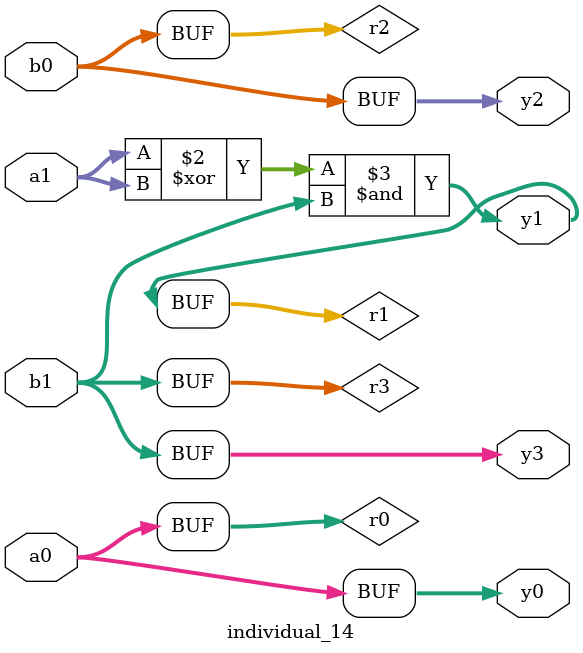
<source format=sv>
module individual_14(input logic [15:0] a1, input logic [15:0] a0, input logic [15:0] b1, input logic [15:0] b0, output logic [15:0] y3, output logic [15:0] y2, output logic [15:0] y1, output logic [15:0] y0);
logic [15:0] r0, r1, r2, r3; 
 always@(*) begin 
	 r0 = a0; r1 = a1; r2 = b0; r3 = b1; 
 	 r1  ^=  a1 ;
 	 r1  &=  r3 ;
 	 y3 = r3; y2 = r2; y1 = r1; y0 = r0; 
end
endmodule
</source>
